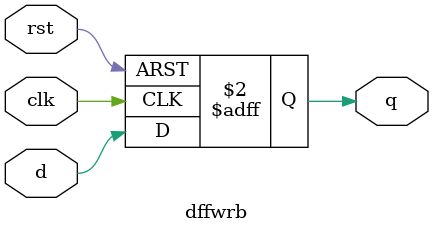
<source format=v>
module dffwrb(q, d, clk, rst);
    input d, clk, rst;
    output reg q;
    always @(negedge clk or posedge rst) begin
        if (rst) q = 1'b0;
        else q <= d;
    end
endmodule
</source>
